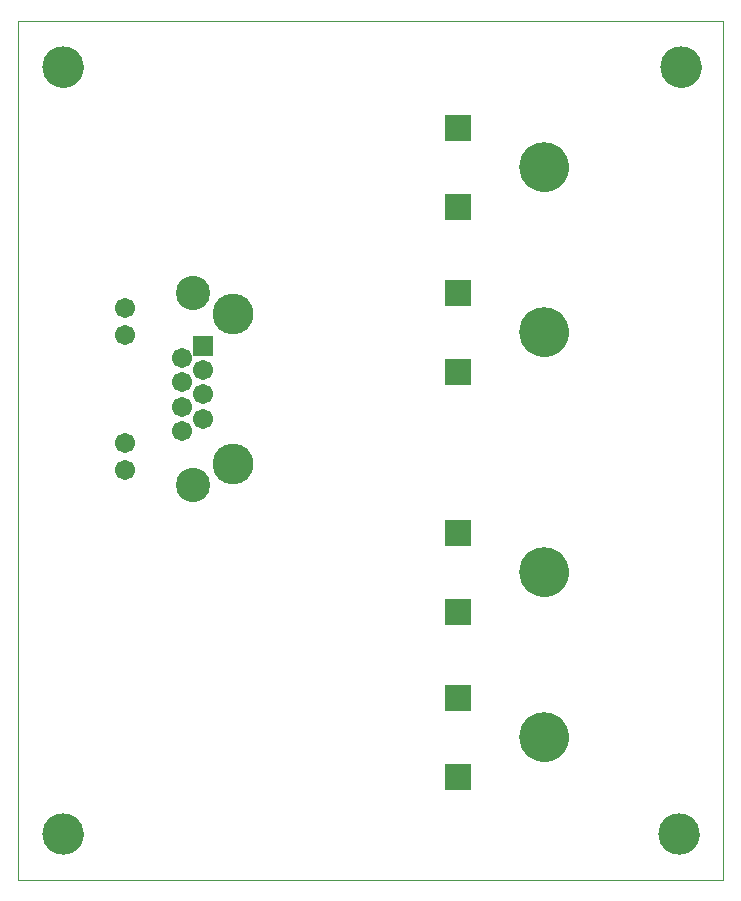
<source format=gts>
G75*
%MOIN*%
%OFA0B0*%
%FSLAX25Y25*%
%IPPOS*%
%LPD*%
%AMOC8*
5,1,8,0,0,1.08239X$1,22.5*
%
%ADD10C,0.00000*%
%ADD11C,0.16548*%
%ADD12R,0.09068X0.09068*%
%ADD13R,0.06737X0.06737*%
%ADD14C,0.06737*%
%ADD15C,0.13595*%
%ADD16C,0.11430*%
%ADD17C,0.13800*%
D10*
X0001000Y0001000D02*
X0001000Y0287024D01*
X0236236Y0287024D01*
X0236236Y0001000D01*
X0001000Y0001000D01*
X0009657Y0016157D02*
X0009659Y0016318D01*
X0009665Y0016478D01*
X0009675Y0016639D01*
X0009689Y0016799D01*
X0009707Y0016959D01*
X0009728Y0017118D01*
X0009754Y0017277D01*
X0009784Y0017435D01*
X0009817Y0017592D01*
X0009855Y0017749D01*
X0009896Y0017904D01*
X0009941Y0018058D01*
X0009990Y0018211D01*
X0010043Y0018363D01*
X0010099Y0018514D01*
X0010160Y0018663D01*
X0010223Y0018811D01*
X0010291Y0018957D01*
X0010362Y0019101D01*
X0010436Y0019243D01*
X0010514Y0019384D01*
X0010596Y0019522D01*
X0010681Y0019659D01*
X0010769Y0019793D01*
X0010861Y0019925D01*
X0010956Y0020055D01*
X0011054Y0020183D01*
X0011155Y0020308D01*
X0011259Y0020430D01*
X0011366Y0020550D01*
X0011476Y0020667D01*
X0011589Y0020782D01*
X0011705Y0020893D01*
X0011824Y0021002D01*
X0011945Y0021107D01*
X0012069Y0021210D01*
X0012195Y0021310D01*
X0012323Y0021406D01*
X0012454Y0021499D01*
X0012588Y0021589D01*
X0012723Y0021676D01*
X0012861Y0021759D01*
X0013000Y0021839D01*
X0013142Y0021915D01*
X0013285Y0021988D01*
X0013430Y0022057D01*
X0013577Y0022123D01*
X0013725Y0022185D01*
X0013875Y0022243D01*
X0014026Y0022298D01*
X0014179Y0022349D01*
X0014333Y0022396D01*
X0014488Y0022439D01*
X0014644Y0022478D01*
X0014800Y0022514D01*
X0014958Y0022545D01*
X0015116Y0022573D01*
X0015275Y0022597D01*
X0015435Y0022617D01*
X0015595Y0022633D01*
X0015755Y0022645D01*
X0015916Y0022653D01*
X0016077Y0022657D01*
X0016237Y0022657D01*
X0016398Y0022653D01*
X0016559Y0022645D01*
X0016719Y0022633D01*
X0016879Y0022617D01*
X0017039Y0022597D01*
X0017198Y0022573D01*
X0017356Y0022545D01*
X0017514Y0022514D01*
X0017670Y0022478D01*
X0017826Y0022439D01*
X0017981Y0022396D01*
X0018135Y0022349D01*
X0018288Y0022298D01*
X0018439Y0022243D01*
X0018589Y0022185D01*
X0018737Y0022123D01*
X0018884Y0022057D01*
X0019029Y0021988D01*
X0019172Y0021915D01*
X0019314Y0021839D01*
X0019453Y0021759D01*
X0019591Y0021676D01*
X0019726Y0021589D01*
X0019860Y0021499D01*
X0019991Y0021406D01*
X0020119Y0021310D01*
X0020245Y0021210D01*
X0020369Y0021107D01*
X0020490Y0021002D01*
X0020609Y0020893D01*
X0020725Y0020782D01*
X0020838Y0020667D01*
X0020948Y0020550D01*
X0021055Y0020430D01*
X0021159Y0020308D01*
X0021260Y0020183D01*
X0021358Y0020055D01*
X0021453Y0019925D01*
X0021545Y0019793D01*
X0021633Y0019659D01*
X0021718Y0019522D01*
X0021800Y0019384D01*
X0021878Y0019243D01*
X0021952Y0019101D01*
X0022023Y0018957D01*
X0022091Y0018811D01*
X0022154Y0018663D01*
X0022215Y0018514D01*
X0022271Y0018363D01*
X0022324Y0018211D01*
X0022373Y0018058D01*
X0022418Y0017904D01*
X0022459Y0017749D01*
X0022497Y0017592D01*
X0022530Y0017435D01*
X0022560Y0017277D01*
X0022586Y0017118D01*
X0022607Y0016959D01*
X0022625Y0016799D01*
X0022639Y0016639D01*
X0022649Y0016478D01*
X0022655Y0016318D01*
X0022657Y0016157D01*
X0022655Y0015996D01*
X0022649Y0015836D01*
X0022639Y0015675D01*
X0022625Y0015515D01*
X0022607Y0015355D01*
X0022586Y0015196D01*
X0022560Y0015037D01*
X0022530Y0014879D01*
X0022497Y0014722D01*
X0022459Y0014565D01*
X0022418Y0014410D01*
X0022373Y0014256D01*
X0022324Y0014103D01*
X0022271Y0013951D01*
X0022215Y0013800D01*
X0022154Y0013651D01*
X0022091Y0013503D01*
X0022023Y0013357D01*
X0021952Y0013213D01*
X0021878Y0013071D01*
X0021800Y0012930D01*
X0021718Y0012792D01*
X0021633Y0012655D01*
X0021545Y0012521D01*
X0021453Y0012389D01*
X0021358Y0012259D01*
X0021260Y0012131D01*
X0021159Y0012006D01*
X0021055Y0011884D01*
X0020948Y0011764D01*
X0020838Y0011647D01*
X0020725Y0011532D01*
X0020609Y0011421D01*
X0020490Y0011312D01*
X0020369Y0011207D01*
X0020245Y0011104D01*
X0020119Y0011004D01*
X0019991Y0010908D01*
X0019860Y0010815D01*
X0019726Y0010725D01*
X0019591Y0010638D01*
X0019453Y0010555D01*
X0019314Y0010475D01*
X0019172Y0010399D01*
X0019029Y0010326D01*
X0018884Y0010257D01*
X0018737Y0010191D01*
X0018589Y0010129D01*
X0018439Y0010071D01*
X0018288Y0010016D01*
X0018135Y0009965D01*
X0017981Y0009918D01*
X0017826Y0009875D01*
X0017670Y0009836D01*
X0017514Y0009800D01*
X0017356Y0009769D01*
X0017198Y0009741D01*
X0017039Y0009717D01*
X0016879Y0009697D01*
X0016719Y0009681D01*
X0016559Y0009669D01*
X0016398Y0009661D01*
X0016237Y0009657D01*
X0016077Y0009657D01*
X0015916Y0009661D01*
X0015755Y0009669D01*
X0015595Y0009681D01*
X0015435Y0009697D01*
X0015275Y0009717D01*
X0015116Y0009741D01*
X0014958Y0009769D01*
X0014800Y0009800D01*
X0014644Y0009836D01*
X0014488Y0009875D01*
X0014333Y0009918D01*
X0014179Y0009965D01*
X0014026Y0010016D01*
X0013875Y0010071D01*
X0013725Y0010129D01*
X0013577Y0010191D01*
X0013430Y0010257D01*
X0013285Y0010326D01*
X0013142Y0010399D01*
X0013000Y0010475D01*
X0012861Y0010555D01*
X0012723Y0010638D01*
X0012588Y0010725D01*
X0012454Y0010815D01*
X0012323Y0010908D01*
X0012195Y0011004D01*
X0012069Y0011104D01*
X0011945Y0011207D01*
X0011824Y0011312D01*
X0011705Y0011421D01*
X0011589Y0011532D01*
X0011476Y0011647D01*
X0011366Y0011764D01*
X0011259Y0011884D01*
X0011155Y0012006D01*
X0011054Y0012131D01*
X0010956Y0012259D01*
X0010861Y0012389D01*
X0010769Y0012521D01*
X0010681Y0012655D01*
X0010596Y0012792D01*
X0010514Y0012930D01*
X0010436Y0013071D01*
X0010362Y0013213D01*
X0010291Y0013357D01*
X0010223Y0013503D01*
X0010160Y0013651D01*
X0010099Y0013800D01*
X0010043Y0013951D01*
X0009990Y0014103D01*
X0009941Y0014256D01*
X0009896Y0014410D01*
X0009855Y0014565D01*
X0009817Y0014722D01*
X0009784Y0014879D01*
X0009754Y0015037D01*
X0009728Y0015196D01*
X0009707Y0015355D01*
X0009689Y0015515D01*
X0009675Y0015675D01*
X0009665Y0015836D01*
X0009659Y0015996D01*
X0009657Y0016157D01*
X0066393Y0139661D02*
X0066395Y0139821D01*
X0066401Y0139980D01*
X0066411Y0140139D01*
X0066425Y0140298D01*
X0066443Y0140457D01*
X0066464Y0140615D01*
X0066490Y0140772D01*
X0066520Y0140929D01*
X0066553Y0141085D01*
X0066591Y0141240D01*
X0066632Y0141394D01*
X0066677Y0141547D01*
X0066726Y0141699D01*
X0066779Y0141849D01*
X0066835Y0141998D01*
X0066895Y0142146D01*
X0066959Y0142292D01*
X0067027Y0142437D01*
X0067098Y0142580D01*
X0067172Y0142721D01*
X0067250Y0142860D01*
X0067332Y0142997D01*
X0067417Y0143132D01*
X0067505Y0143265D01*
X0067596Y0143396D01*
X0067691Y0143524D01*
X0067789Y0143650D01*
X0067890Y0143774D01*
X0067994Y0143894D01*
X0068101Y0144013D01*
X0068211Y0144128D01*
X0068324Y0144241D01*
X0068439Y0144351D01*
X0068558Y0144458D01*
X0068678Y0144562D01*
X0068802Y0144663D01*
X0068928Y0144761D01*
X0069056Y0144856D01*
X0069187Y0144947D01*
X0069320Y0145035D01*
X0069455Y0145120D01*
X0069592Y0145202D01*
X0069731Y0145280D01*
X0069872Y0145354D01*
X0070015Y0145425D01*
X0070160Y0145493D01*
X0070306Y0145557D01*
X0070454Y0145617D01*
X0070603Y0145673D01*
X0070753Y0145726D01*
X0070905Y0145775D01*
X0071058Y0145820D01*
X0071212Y0145861D01*
X0071367Y0145899D01*
X0071523Y0145932D01*
X0071680Y0145962D01*
X0071837Y0145988D01*
X0071995Y0146009D01*
X0072154Y0146027D01*
X0072313Y0146041D01*
X0072472Y0146051D01*
X0072631Y0146057D01*
X0072791Y0146059D01*
X0072951Y0146057D01*
X0073110Y0146051D01*
X0073269Y0146041D01*
X0073428Y0146027D01*
X0073587Y0146009D01*
X0073745Y0145988D01*
X0073902Y0145962D01*
X0074059Y0145932D01*
X0074215Y0145899D01*
X0074370Y0145861D01*
X0074524Y0145820D01*
X0074677Y0145775D01*
X0074829Y0145726D01*
X0074979Y0145673D01*
X0075128Y0145617D01*
X0075276Y0145557D01*
X0075422Y0145493D01*
X0075567Y0145425D01*
X0075710Y0145354D01*
X0075851Y0145280D01*
X0075990Y0145202D01*
X0076127Y0145120D01*
X0076262Y0145035D01*
X0076395Y0144947D01*
X0076526Y0144856D01*
X0076654Y0144761D01*
X0076780Y0144663D01*
X0076904Y0144562D01*
X0077024Y0144458D01*
X0077143Y0144351D01*
X0077258Y0144241D01*
X0077371Y0144128D01*
X0077481Y0144013D01*
X0077588Y0143894D01*
X0077692Y0143774D01*
X0077793Y0143650D01*
X0077891Y0143524D01*
X0077986Y0143396D01*
X0078077Y0143265D01*
X0078165Y0143132D01*
X0078250Y0142997D01*
X0078332Y0142860D01*
X0078410Y0142721D01*
X0078484Y0142580D01*
X0078555Y0142437D01*
X0078623Y0142292D01*
X0078687Y0142146D01*
X0078747Y0141998D01*
X0078803Y0141849D01*
X0078856Y0141699D01*
X0078905Y0141547D01*
X0078950Y0141394D01*
X0078991Y0141240D01*
X0079029Y0141085D01*
X0079062Y0140929D01*
X0079092Y0140772D01*
X0079118Y0140615D01*
X0079139Y0140457D01*
X0079157Y0140298D01*
X0079171Y0140139D01*
X0079181Y0139980D01*
X0079187Y0139821D01*
X0079189Y0139661D01*
X0079187Y0139501D01*
X0079181Y0139342D01*
X0079171Y0139183D01*
X0079157Y0139024D01*
X0079139Y0138865D01*
X0079118Y0138707D01*
X0079092Y0138550D01*
X0079062Y0138393D01*
X0079029Y0138237D01*
X0078991Y0138082D01*
X0078950Y0137928D01*
X0078905Y0137775D01*
X0078856Y0137623D01*
X0078803Y0137473D01*
X0078747Y0137324D01*
X0078687Y0137176D01*
X0078623Y0137030D01*
X0078555Y0136885D01*
X0078484Y0136742D01*
X0078410Y0136601D01*
X0078332Y0136462D01*
X0078250Y0136325D01*
X0078165Y0136190D01*
X0078077Y0136057D01*
X0077986Y0135926D01*
X0077891Y0135798D01*
X0077793Y0135672D01*
X0077692Y0135548D01*
X0077588Y0135428D01*
X0077481Y0135309D01*
X0077371Y0135194D01*
X0077258Y0135081D01*
X0077143Y0134971D01*
X0077024Y0134864D01*
X0076904Y0134760D01*
X0076780Y0134659D01*
X0076654Y0134561D01*
X0076526Y0134466D01*
X0076395Y0134375D01*
X0076262Y0134287D01*
X0076127Y0134202D01*
X0075990Y0134120D01*
X0075851Y0134042D01*
X0075710Y0133968D01*
X0075567Y0133897D01*
X0075422Y0133829D01*
X0075276Y0133765D01*
X0075128Y0133705D01*
X0074979Y0133649D01*
X0074829Y0133596D01*
X0074677Y0133547D01*
X0074524Y0133502D01*
X0074370Y0133461D01*
X0074215Y0133423D01*
X0074059Y0133390D01*
X0073902Y0133360D01*
X0073745Y0133334D01*
X0073587Y0133313D01*
X0073428Y0133295D01*
X0073269Y0133281D01*
X0073110Y0133271D01*
X0072951Y0133265D01*
X0072791Y0133263D01*
X0072631Y0133265D01*
X0072472Y0133271D01*
X0072313Y0133281D01*
X0072154Y0133295D01*
X0071995Y0133313D01*
X0071837Y0133334D01*
X0071680Y0133360D01*
X0071523Y0133390D01*
X0071367Y0133423D01*
X0071212Y0133461D01*
X0071058Y0133502D01*
X0070905Y0133547D01*
X0070753Y0133596D01*
X0070603Y0133649D01*
X0070454Y0133705D01*
X0070306Y0133765D01*
X0070160Y0133829D01*
X0070015Y0133897D01*
X0069872Y0133968D01*
X0069731Y0134042D01*
X0069592Y0134120D01*
X0069455Y0134202D01*
X0069320Y0134287D01*
X0069187Y0134375D01*
X0069056Y0134466D01*
X0068928Y0134561D01*
X0068802Y0134659D01*
X0068678Y0134760D01*
X0068558Y0134864D01*
X0068439Y0134971D01*
X0068324Y0135081D01*
X0068211Y0135194D01*
X0068101Y0135309D01*
X0067994Y0135428D01*
X0067890Y0135548D01*
X0067789Y0135672D01*
X0067691Y0135798D01*
X0067596Y0135926D01*
X0067505Y0136057D01*
X0067417Y0136190D01*
X0067332Y0136325D01*
X0067250Y0136462D01*
X0067172Y0136601D01*
X0067098Y0136742D01*
X0067027Y0136885D01*
X0066959Y0137030D01*
X0066895Y0137176D01*
X0066835Y0137324D01*
X0066779Y0137473D01*
X0066726Y0137623D01*
X0066677Y0137775D01*
X0066632Y0137928D01*
X0066591Y0138082D01*
X0066553Y0138237D01*
X0066520Y0138393D01*
X0066490Y0138550D01*
X0066464Y0138707D01*
X0066443Y0138865D01*
X0066425Y0139024D01*
X0066411Y0139183D01*
X0066401Y0139342D01*
X0066395Y0139501D01*
X0066393Y0139661D01*
X0066393Y0189661D02*
X0066395Y0189821D01*
X0066401Y0189980D01*
X0066411Y0190139D01*
X0066425Y0190298D01*
X0066443Y0190457D01*
X0066464Y0190615D01*
X0066490Y0190772D01*
X0066520Y0190929D01*
X0066553Y0191085D01*
X0066591Y0191240D01*
X0066632Y0191394D01*
X0066677Y0191547D01*
X0066726Y0191699D01*
X0066779Y0191849D01*
X0066835Y0191998D01*
X0066895Y0192146D01*
X0066959Y0192292D01*
X0067027Y0192437D01*
X0067098Y0192580D01*
X0067172Y0192721D01*
X0067250Y0192860D01*
X0067332Y0192997D01*
X0067417Y0193132D01*
X0067505Y0193265D01*
X0067596Y0193396D01*
X0067691Y0193524D01*
X0067789Y0193650D01*
X0067890Y0193774D01*
X0067994Y0193894D01*
X0068101Y0194013D01*
X0068211Y0194128D01*
X0068324Y0194241D01*
X0068439Y0194351D01*
X0068558Y0194458D01*
X0068678Y0194562D01*
X0068802Y0194663D01*
X0068928Y0194761D01*
X0069056Y0194856D01*
X0069187Y0194947D01*
X0069320Y0195035D01*
X0069455Y0195120D01*
X0069592Y0195202D01*
X0069731Y0195280D01*
X0069872Y0195354D01*
X0070015Y0195425D01*
X0070160Y0195493D01*
X0070306Y0195557D01*
X0070454Y0195617D01*
X0070603Y0195673D01*
X0070753Y0195726D01*
X0070905Y0195775D01*
X0071058Y0195820D01*
X0071212Y0195861D01*
X0071367Y0195899D01*
X0071523Y0195932D01*
X0071680Y0195962D01*
X0071837Y0195988D01*
X0071995Y0196009D01*
X0072154Y0196027D01*
X0072313Y0196041D01*
X0072472Y0196051D01*
X0072631Y0196057D01*
X0072791Y0196059D01*
X0072951Y0196057D01*
X0073110Y0196051D01*
X0073269Y0196041D01*
X0073428Y0196027D01*
X0073587Y0196009D01*
X0073745Y0195988D01*
X0073902Y0195962D01*
X0074059Y0195932D01*
X0074215Y0195899D01*
X0074370Y0195861D01*
X0074524Y0195820D01*
X0074677Y0195775D01*
X0074829Y0195726D01*
X0074979Y0195673D01*
X0075128Y0195617D01*
X0075276Y0195557D01*
X0075422Y0195493D01*
X0075567Y0195425D01*
X0075710Y0195354D01*
X0075851Y0195280D01*
X0075990Y0195202D01*
X0076127Y0195120D01*
X0076262Y0195035D01*
X0076395Y0194947D01*
X0076526Y0194856D01*
X0076654Y0194761D01*
X0076780Y0194663D01*
X0076904Y0194562D01*
X0077024Y0194458D01*
X0077143Y0194351D01*
X0077258Y0194241D01*
X0077371Y0194128D01*
X0077481Y0194013D01*
X0077588Y0193894D01*
X0077692Y0193774D01*
X0077793Y0193650D01*
X0077891Y0193524D01*
X0077986Y0193396D01*
X0078077Y0193265D01*
X0078165Y0193132D01*
X0078250Y0192997D01*
X0078332Y0192860D01*
X0078410Y0192721D01*
X0078484Y0192580D01*
X0078555Y0192437D01*
X0078623Y0192292D01*
X0078687Y0192146D01*
X0078747Y0191998D01*
X0078803Y0191849D01*
X0078856Y0191699D01*
X0078905Y0191547D01*
X0078950Y0191394D01*
X0078991Y0191240D01*
X0079029Y0191085D01*
X0079062Y0190929D01*
X0079092Y0190772D01*
X0079118Y0190615D01*
X0079139Y0190457D01*
X0079157Y0190298D01*
X0079171Y0190139D01*
X0079181Y0189980D01*
X0079187Y0189821D01*
X0079189Y0189661D01*
X0079187Y0189501D01*
X0079181Y0189342D01*
X0079171Y0189183D01*
X0079157Y0189024D01*
X0079139Y0188865D01*
X0079118Y0188707D01*
X0079092Y0188550D01*
X0079062Y0188393D01*
X0079029Y0188237D01*
X0078991Y0188082D01*
X0078950Y0187928D01*
X0078905Y0187775D01*
X0078856Y0187623D01*
X0078803Y0187473D01*
X0078747Y0187324D01*
X0078687Y0187176D01*
X0078623Y0187030D01*
X0078555Y0186885D01*
X0078484Y0186742D01*
X0078410Y0186601D01*
X0078332Y0186462D01*
X0078250Y0186325D01*
X0078165Y0186190D01*
X0078077Y0186057D01*
X0077986Y0185926D01*
X0077891Y0185798D01*
X0077793Y0185672D01*
X0077692Y0185548D01*
X0077588Y0185428D01*
X0077481Y0185309D01*
X0077371Y0185194D01*
X0077258Y0185081D01*
X0077143Y0184971D01*
X0077024Y0184864D01*
X0076904Y0184760D01*
X0076780Y0184659D01*
X0076654Y0184561D01*
X0076526Y0184466D01*
X0076395Y0184375D01*
X0076262Y0184287D01*
X0076127Y0184202D01*
X0075990Y0184120D01*
X0075851Y0184042D01*
X0075710Y0183968D01*
X0075567Y0183897D01*
X0075422Y0183829D01*
X0075276Y0183765D01*
X0075128Y0183705D01*
X0074979Y0183649D01*
X0074829Y0183596D01*
X0074677Y0183547D01*
X0074524Y0183502D01*
X0074370Y0183461D01*
X0074215Y0183423D01*
X0074059Y0183390D01*
X0073902Y0183360D01*
X0073745Y0183334D01*
X0073587Y0183313D01*
X0073428Y0183295D01*
X0073269Y0183281D01*
X0073110Y0183271D01*
X0072951Y0183265D01*
X0072791Y0183263D01*
X0072631Y0183265D01*
X0072472Y0183271D01*
X0072313Y0183281D01*
X0072154Y0183295D01*
X0071995Y0183313D01*
X0071837Y0183334D01*
X0071680Y0183360D01*
X0071523Y0183390D01*
X0071367Y0183423D01*
X0071212Y0183461D01*
X0071058Y0183502D01*
X0070905Y0183547D01*
X0070753Y0183596D01*
X0070603Y0183649D01*
X0070454Y0183705D01*
X0070306Y0183765D01*
X0070160Y0183829D01*
X0070015Y0183897D01*
X0069872Y0183968D01*
X0069731Y0184042D01*
X0069592Y0184120D01*
X0069455Y0184202D01*
X0069320Y0184287D01*
X0069187Y0184375D01*
X0069056Y0184466D01*
X0068928Y0184561D01*
X0068802Y0184659D01*
X0068678Y0184760D01*
X0068558Y0184864D01*
X0068439Y0184971D01*
X0068324Y0185081D01*
X0068211Y0185194D01*
X0068101Y0185309D01*
X0067994Y0185428D01*
X0067890Y0185548D01*
X0067789Y0185672D01*
X0067691Y0185798D01*
X0067596Y0185926D01*
X0067505Y0186057D01*
X0067417Y0186190D01*
X0067332Y0186325D01*
X0067250Y0186462D01*
X0067172Y0186601D01*
X0067098Y0186742D01*
X0067027Y0186885D01*
X0066959Y0187030D01*
X0066895Y0187176D01*
X0066835Y0187324D01*
X0066779Y0187473D01*
X0066726Y0187623D01*
X0066677Y0187775D01*
X0066632Y0187928D01*
X0066591Y0188082D01*
X0066553Y0188237D01*
X0066520Y0188393D01*
X0066490Y0188550D01*
X0066464Y0188707D01*
X0066443Y0188865D01*
X0066425Y0189024D01*
X0066411Y0189183D01*
X0066401Y0189342D01*
X0066395Y0189501D01*
X0066393Y0189661D01*
X0009657Y0271768D02*
X0009659Y0271929D01*
X0009665Y0272089D01*
X0009675Y0272250D01*
X0009689Y0272410D01*
X0009707Y0272570D01*
X0009728Y0272729D01*
X0009754Y0272888D01*
X0009784Y0273046D01*
X0009817Y0273203D01*
X0009855Y0273360D01*
X0009896Y0273515D01*
X0009941Y0273669D01*
X0009990Y0273822D01*
X0010043Y0273974D01*
X0010099Y0274125D01*
X0010160Y0274274D01*
X0010223Y0274422D01*
X0010291Y0274568D01*
X0010362Y0274712D01*
X0010436Y0274854D01*
X0010514Y0274995D01*
X0010596Y0275133D01*
X0010681Y0275270D01*
X0010769Y0275404D01*
X0010861Y0275536D01*
X0010956Y0275666D01*
X0011054Y0275794D01*
X0011155Y0275919D01*
X0011259Y0276041D01*
X0011366Y0276161D01*
X0011476Y0276278D01*
X0011589Y0276393D01*
X0011705Y0276504D01*
X0011824Y0276613D01*
X0011945Y0276718D01*
X0012069Y0276821D01*
X0012195Y0276921D01*
X0012323Y0277017D01*
X0012454Y0277110D01*
X0012588Y0277200D01*
X0012723Y0277287D01*
X0012861Y0277370D01*
X0013000Y0277450D01*
X0013142Y0277526D01*
X0013285Y0277599D01*
X0013430Y0277668D01*
X0013577Y0277734D01*
X0013725Y0277796D01*
X0013875Y0277854D01*
X0014026Y0277909D01*
X0014179Y0277960D01*
X0014333Y0278007D01*
X0014488Y0278050D01*
X0014644Y0278089D01*
X0014800Y0278125D01*
X0014958Y0278156D01*
X0015116Y0278184D01*
X0015275Y0278208D01*
X0015435Y0278228D01*
X0015595Y0278244D01*
X0015755Y0278256D01*
X0015916Y0278264D01*
X0016077Y0278268D01*
X0016237Y0278268D01*
X0016398Y0278264D01*
X0016559Y0278256D01*
X0016719Y0278244D01*
X0016879Y0278228D01*
X0017039Y0278208D01*
X0017198Y0278184D01*
X0017356Y0278156D01*
X0017514Y0278125D01*
X0017670Y0278089D01*
X0017826Y0278050D01*
X0017981Y0278007D01*
X0018135Y0277960D01*
X0018288Y0277909D01*
X0018439Y0277854D01*
X0018589Y0277796D01*
X0018737Y0277734D01*
X0018884Y0277668D01*
X0019029Y0277599D01*
X0019172Y0277526D01*
X0019314Y0277450D01*
X0019453Y0277370D01*
X0019591Y0277287D01*
X0019726Y0277200D01*
X0019860Y0277110D01*
X0019991Y0277017D01*
X0020119Y0276921D01*
X0020245Y0276821D01*
X0020369Y0276718D01*
X0020490Y0276613D01*
X0020609Y0276504D01*
X0020725Y0276393D01*
X0020838Y0276278D01*
X0020948Y0276161D01*
X0021055Y0276041D01*
X0021159Y0275919D01*
X0021260Y0275794D01*
X0021358Y0275666D01*
X0021453Y0275536D01*
X0021545Y0275404D01*
X0021633Y0275270D01*
X0021718Y0275133D01*
X0021800Y0274995D01*
X0021878Y0274854D01*
X0021952Y0274712D01*
X0022023Y0274568D01*
X0022091Y0274422D01*
X0022154Y0274274D01*
X0022215Y0274125D01*
X0022271Y0273974D01*
X0022324Y0273822D01*
X0022373Y0273669D01*
X0022418Y0273515D01*
X0022459Y0273360D01*
X0022497Y0273203D01*
X0022530Y0273046D01*
X0022560Y0272888D01*
X0022586Y0272729D01*
X0022607Y0272570D01*
X0022625Y0272410D01*
X0022639Y0272250D01*
X0022649Y0272089D01*
X0022655Y0271929D01*
X0022657Y0271768D01*
X0022655Y0271607D01*
X0022649Y0271447D01*
X0022639Y0271286D01*
X0022625Y0271126D01*
X0022607Y0270966D01*
X0022586Y0270807D01*
X0022560Y0270648D01*
X0022530Y0270490D01*
X0022497Y0270333D01*
X0022459Y0270176D01*
X0022418Y0270021D01*
X0022373Y0269867D01*
X0022324Y0269714D01*
X0022271Y0269562D01*
X0022215Y0269411D01*
X0022154Y0269262D01*
X0022091Y0269114D01*
X0022023Y0268968D01*
X0021952Y0268824D01*
X0021878Y0268682D01*
X0021800Y0268541D01*
X0021718Y0268403D01*
X0021633Y0268266D01*
X0021545Y0268132D01*
X0021453Y0268000D01*
X0021358Y0267870D01*
X0021260Y0267742D01*
X0021159Y0267617D01*
X0021055Y0267495D01*
X0020948Y0267375D01*
X0020838Y0267258D01*
X0020725Y0267143D01*
X0020609Y0267032D01*
X0020490Y0266923D01*
X0020369Y0266818D01*
X0020245Y0266715D01*
X0020119Y0266615D01*
X0019991Y0266519D01*
X0019860Y0266426D01*
X0019726Y0266336D01*
X0019591Y0266249D01*
X0019453Y0266166D01*
X0019314Y0266086D01*
X0019172Y0266010D01*
X0019029Y0265937D01*
X0018884Y0265868D01*
X0018737Y0265802D01*
X0018589Y0265740D01*
X0018439Y0265682D01*
X0018288Y0265627D01*
X0018135Y0265576D01*
X0017981Y0265529D01*
X0017826Y0265486D01*
X0017670Y0265447D01*
X0017514Y0265411D01*
X0017356Y0265380D01*
X0017198Y0265352D01*
X0017039Y0265328D01*
X0016879Y0265308D01*
X0016719Y0265292D01*
X0016559Y0265280D01*
X0016398Y0265272D01*
X0016237Y0265268D01*
X0016077Y0265268D01*
X0015916Y0265272D01*
X0015755Y0265280D01*
X0015595Y0265292D01*
X0015435Y0265308D01*
X0015275Y0265328D01*
X0015116Y0265352D01*
X0014958Y0265380D01*
X0014800Y0265411D01*
X0014644Y0265447D01*
X0014488Y0265486D01*
X0014333Y0265529D01*
X0014179Y0265576D01*
X0014026Y0265627D01*
X0013875Y0265682D01*
X0013725Y0265740D01*
X0013577Y0265802D01*
X0013430Y0265868D01*
X0013285Y0265937D01*
X0013142Y0266010D01*
X0013000Y0266086D01*
X0012861Y0266166D01*
X0012723Y0266249D01*
X0012588Y0266336D01*
X0012454Y0266426D01*
X0012323Y0266519D01*
X0012195Y0266615D01*
X0012069Y0266715D01*
X0011945Y0266818D01*
X0011824Y0266923D01*
X0011705Y0267032D01*
X0011589Y0267143D01*
X0011476Y0267258D01*
X0011366Y0267375D01*
X0011259Y0267495D01*
X0011155Y0267617D01*
X0011054Y0267742D01*
X0010956Y0267870D01*
X0010861Y0268000D01*
X0010769Y0268132D01*
X0010681Y0268266D01*
X0010596Y0268403D01*
X0010514Y0268541D01*
X0010436Y0268682D01*
X0010362Y0268824D01*
X0010291Y0268968D01*
X0010223Y0269114D01*
X0010160Y0269262D01*
X0010099Y0269411D01*
X0010043Y0269562D01*
X0009990Y0269714D01*
X0009941Y0269867D01*
X0009896Y0270021D01*
X0009855Y0270176D01*
X0009817Y0270333D01*
X0009784Y0270490D01*
X0009754Y0270648D01*
X0009728Y0270807D01*
X0009707Y0270966D01*
X0009689Y0271126D01*
X0009675Y0271286D01*
X0009665Y0271447D01*
X0009659Y0271607D01*
X0009657Y0271768D01*
X0168677Y0238421D02*
X0168679Y0238614D01*
X0168686Y0238807D01*
X0168698Y0239000D01*
X0168715Y0239193D01*
X0168736Y0239385D01*
X0168762Y0239576D01*
X0168793Y0239767D01*
X0168828Y0239957D01*
X0168868Y0240146D01*
X0168913Y0240334D01*
X0168962Y0240521D01*
X0169016Y0240707D01*
X0169074Y0240891D01*
X0169137Y0241074D01*
X0169205Y0241255D01*
X0169276Y0241434D01*
X0169353Y0241612D01*
X0169433Y0241788D01*
X0169518Y0241961D01*
X0169607Y0242133D01*
X0169700Y0242302D01*
X0169797Y0242469D01*
X0169899Y0242634D01*
X0170004Y0242796D01*
X0170113Y0242955D01*
X0170227Y0243112D01*
X0170344Y0243265D01*
X0170464Y0243416D01*
X0170589Y0243564D01*
X0170717Y0243709D01*
X0170848Y0243850D01*
X0170983Y0243989D01*
X0171122Y0244124D01*
X0171263Y0244255D01*
X0171408Y0244383D01*
X0171556Y0244508D01*
X0171707Y0244628D01*
X0171860Y0244745D01*
X0172017Y0244859D01*
X0172176Y0244968D01*
X0172338Y0245073D01*
X0172503Y0245175D01*
X0172670Y0245272D01*
X0172839Y0245365D01*
X0173011Y0245454D01*
X0173184Y0245539D01*
X0173360Y0245619D01*
X0173538Y0245696D01*
X0173717Y0245767D01*
X0173898Y0245835D01*
X0174081Y0245898D01*
X0174265Y0245956D01*
X0174451Y0246010D01*
X0174638Y0246059D01*
X0174826Y0246104D01*
X0175015Y0246144D01*
X0175205Y0246179D01*
X0175396Y0246210D01*
X0175587Y0246236D01*
X0175779Y0246257D01*
X0175972Y0246274D01*
X0176165Y0246286D01*
X0176358Y0246293D01*
X0176551Y0246295D01*
X0176744Y0246293D01*
X0176937Y0246286D01*
X0177130Y0246274D01*
X0177323Y0246257D01*
X0177515Y0246236D01*
X0177706Y0246210D01*
X0177897Y0246179D01*
X0178087Y0246144D01*
X0178276Y0246104D01*
X0178464Y0246059D01*
X0178651Y0246010D01*
X0178837Y0245956D01*
X0179021Y0245898D01*
X0179204Y0245835D01*
X0179385Y0245767D01*
X0179564Y0245696D01*
X0179742Y0245619D01*
X0179918Y0245539D01*
X0180091Y0245454D01*
X0180263Y0245365D01*
X0180432Y0245272D01*
X0180599Y0245175D01*
X0180764Y0245073D01*
X0180926Y0244968D01*
X0181085Y0244859D01*
X0181242Y0244745D01*
X0181395Y0244628D01*
X0181546Y0244508D01*
X0181694Y0244383D01*
X0181839Y0244255D01*
X0181980Y0244124D01*
X0182119Y0243989D01*
X0182254Y0243850D01*
X0182385Y0243709D01*
X0182513Y0243564D01*
X0182638Y0243416D01*
X0182758Y0243265D01*
X0182875Y0243112D01*
X0182989Y0242955D01*
X0183098Y0242796D01*
X0183203Y0242634D01*
X0183305Y0242469D01*
X0183402Y0242302D01*
X0183495Y0242133D01*
X0183584Y0241961D01*
X0183669Y0241788D01*
X0183749Y0241612D01*
X0183826Y0241434D01*
X0183897Y0241255D01*
X0183965Y0241074D01*
X0184028Y0240891D01*
X0184086Y0240707D01*
X0184140Y0240521D01*
X0184189Y0240334D01*
X0184234Y0240146D01*
X0184274Y0239957D01*
X0184309Y0239767D01*
X0184340Y0239576D01*
X0184366Y0239385D01*
X0184387Y0239193D01*
X0184404Y0239000D01*
X0184416Y0238807D01*
X0184423Y0238614D01*
X0184425Y0238421D01*
X0184423Y0238228D01*
X0184416Y0238035D01*
X0184404Y0237842D01*
X0184387Y0237649D01*
X0184366Y0237457D01*
X0184340Y0237266D01*
X0184309Y0237075D01*
X0184274Y0236885D01*
X0184234Y0236696D01*
X0184189Y0236508D01*
X0184140Y0236321D01*
X0184086Y0236135D01*
X0184028Y0235951D01*
X0183965Y0235768D01*
X0183897Y0235587D01*
X0183826Y0235408D01*
X0183749Y0235230D01*
X0183669Y0235054D01*
X0183584Y0234881D01*
X0183495Y0234709D01*
X0183402Y0234540D01*
X0183305Y0234373D01*
X0183203Y0234208D01*
X0183098Y0234046D01*
X0182989Y0233887D01*
X0182875Y0233730D01*
X0182758Y0233577D01*
X0182638Y0233426D01*
X0182513Y0233278D01*
X0182385Y0233133D01*
X0182254Y0232992D01*
X0182119Y0232853D01*
X0181980Y0232718D01*
X0181839Y0232587D01*
X0181694Y0232459D01*
X0181546Y0232334D01*
X0181395Y0232214D01*
X0181242Y0232097D01*
X0181085Y0231983D01*
X0180926Y0231874D01*
X0180764Y0231769D01*
X0180599Y0231667D01*
X0180432Y0231570D01*
X0180263Y0231477D01*
X0180091Y0231388D01*
X0179918Y0231303D01*
X0179742Y0231223D01*
X0179564Y0231146D01*
X0179385Y0231075D01*
X0179204Y0231007D01*
X0179021Y0230944D01*
X0178837Y0230886D01*
X0178651Y0230832D01*
X0178464Y0230783D01*
X0178276Y0230738D01*
X0178087Y0230698D01*
X0177897Y0230663D01*
X0177706Y0230632D01*
X0177515Y0230606D01*
X0177323Y0230585D01*
X0177130Y0230568D01*
X0176937Y0230556D01*
X0176744Y0230549D01*
X0176551Y0230547D01*
X0176358Y0230549D01*
X0176165Y0230556D01*
X0175972Y0230568D01*
X0175779Y0230585D01*
X0175587Y0230606D01*
X0175396Y0230632D01*
X0175205Y0230663D01*
X0175015Y0230698D01*
X0174826Y0230738D01*
X0174638Y0230783D01*
X0174451Y0230832D01*
X0174265Y0230886D01*
X0174081Y0230944D01*
X0173898Y0231007D01*
X0173717Y0231075D01*
X0173538Y0231146D01*
X0173360Y0231223D01*
X0173184Y0231303D01*
X0173011Y0231388D01*
X0172839Y0231477D01*
X0172670Y0231570D01*
X0172503Y0231667D01*
X0172338Y0231769D01*
X0172176Y0231874D01*
X0172017Y0231983D01*
X0171860Y0232097D01*
X0171707Y0232214D01*
X0171556Y0232334D01*
X0171408Y0232459D01*
X0171263Y0232587D01*
X0171122Y0232718D01*
X0170983Y0232853D01*
X0170848Y0232992D01*
X0170717Y0233133D01*
X0170589Y0233278D01*
X0170464Y0233426D01*
X0170344Y0233577D01*
X0170227Y0233730D01*
X0170113Y0233887D01*
X0170004Y0234046D01*
X0169899Y0234208D01*
X0169797Y0234373D01*
X0169700Y0234540D01*
X0169607Y0234709D01*
X0169518Y0234881D01*
X0169433Y0235054D01*
X0169353Y0235230D01*
X0169276Y0235408D01*
X0169205Y0235587D01*
X0169137Y0235768D01*
X0169074Y0235951D01*
X0169016Y0236135D01*
X0168962Y0236321D01*
X0168913Y0236508D01*
X0168868Y0236696D01*
X0168828Y0236885D01*
X0168793Y0237075D01*
X0168762Y0237266D01*
X0168736Y0237457D01*
X0168715Y0237649D01*
X0168698Y0237842D01*
X0168686Y0238035D01*
X0168679Y0238228D01*
X0168677Y0238421D01*
X0168677Y0183421D02*
X0168679Y0183614D01*
X0168686Y0183807D01*
X0168698Y0184000D01*
X0168715Y0184193D01*
X0168736Y0184385D01*
X0168762Y0184576D01*
X0168793Y0184767D01*
X0168828Y0184957D01*
X0168868Y0185146D01*
X0168913Y0185334D01*
X0168962Y0185521D01*
X0169016Y0185707D01*
X0169074Y0185891D01*
X0169137Y0186074D01*
X0169205Y0186255D01*
X0169276Y0186434D01*
X0169353Y0186612D01*
X0169433Y0186788D01*
X0169518Y0186961D01*
X0169607Y0187133D01*
X0169700Y0187302D01*
X0169797Y0187469D01*
X0169899Y0187634D01*
X0170004Y0187796D01*
X0170113Y0187955D01*
X0170227Y0188112D01*
X0170344Y0188265D01*
X0170464Y0188416D01*
X0170589Y0188564D01*
X0170717Y0188709D01*
X0170848Y0188850D01*
X0170983Y0188989D01*
X0171122Y0189124D01*
X0171263Y0189255D01*
X0171408Y0189383D01*
X0171556Y0189508D01*
X0171707Y0189628D01*
X0171860Y0189745D01*
X0172017Y0189859D01*
X0172176Y0189968D01*
X0172338Y0190073D01*
X0172503Y0190175D01*
X0172670Y0190272D01*
X0172839Y0190365D01*
X0173011Y0190454D01*
X0173184Y0190539D01*
X0173360Y0190619D01*
X0173538Y0190696D01*
X0173717Y0190767D01*
X0173898Y0190835D01*
X0174081Y0190898D01*
X0174265Y0190956D01*
X0174451Y0191010D01*
X0174638Y0191059D01*
X0174826Y0191104D01*
X0175015Y0191144D01*
X0175205Y0191179D01*
X0175396Y0191210D01*
X0175587Y0191236D01*
X0175779Y0191257D01*
X0175972Y0191274D01*
X0176165Y0191286D01*
X0176358Y0191293D01*
X0176551Y0191295D01*
X0176744Y0191293D01*
X0176937Y0191286D01*
X0177130Y0191274D01*
X0177323Y0191257D01*
X0177515Y0191236D01*
X0177706Y0191210D01*
X0177897Y0191179D01*
X0178087Y0191144D01*
X0178276Y0191104D01*
X0178464Y0191059D01*
X0178651Y0191010D01*
X0178837Y0190956D01*
X0179021Y0190898D01*
X0179204Y0190835D01*
X0179385Y0190767D01*
X0179564Y0190696D01*
X0179742Y0190619D01*
X0179918Y0190539D01*
X0180091Y0190454D01*
X0180263Y0190365D01*
X0180432Y0190272D01*
X0180599Y0190175D01*
X0180764Y0190073D01*
X0180926Y0189968D01*
X0181085Y0189859D01*
X0181242Y0189745D01*
X0181395Y0189628D01*
X0181546Y0189508D01*
X0181694Y0189383D01*
X0181839Y0189255D01*
X0181980Y0189124D01*
X0182119Y0188989D01*
X0182254Y0188850D01*
X0182385Y0188709D01*
X0182513Y0188564D01*
X0182638Y0188416D01*
X0182758Y0188265D01*
X0182875Y0188112D01*
X0182989Y0187955D01*
X0183098Y0187796D01*
X0183203Y0187634D01*
X0183305Y0187469D01*
X0183402Y0187302D01*
X0183495Y0187133D01*
X0183584Y0186961D01*
X0183669Y0186788D01*
X0183749Y0186612D01*
X0183826Y0186434D01*
X0183897Y0186255D01*
X0183965Y0186074D01*
X0184028Y0185891D01*
X0184086Y0185707D01*
X0184140Y0185521D01*
X0184189Y0185334D01*
X0184234Y0185146D01*
X0184274Y0184957D01*
X0184309Y0184767D01*
X0184340Y0184576D01*
X0184366Y0184385D01*
X0184387Y0184193D01*
X0184404Y0184000D01*
X0184416Y0183807D01*
X0184423Y0183614D01*
X0184425Y0183421D01*
X0184423Y0183228D01*
X0184416Y0183035D01*
X0184404Y0182842D01*
X0184387Y0182649D01*
X0184366Y0182457D01*
X0184340Y0182266D01*
X0184309Y0182075D01*
X0184274Y0181885D01*
X0184234Y0181696D01*
X0184189Y0181508D01*
X0184140Y0181321D01*
X0184086Y0181135D01*
X0184028Y0180951D01*
X0183965Y0180768D01*
X0183897Y0180587D01*
X0183826Y0180408D01*
X0183749Y0180230D01*
X0183669Y0180054D01*
X0183584Y0179881D01*
X0183495Y0179709D01*
X0183402Y0179540D01*
X0183305Y0179373D01*
X0183203Y0179208D01*
X0183098Y0179046D01*
X0182989Y0178887D01*
X0182875Y0178730D01*
X0182758Y0178577D01*
X0182638Y0178426D01*
X0182513Y0178278D01*
X0182385Y0178133D01*
X0182254Y0177992D01*
X0182119Y0177853D01*
X0181980Y0177718D01*
X0181839Y0177587D01*
X0181694Y0177459D01*
X0181546Y0177334D01*
X0181395Y0177214D01*
X0181242Y0177097D01*
X0181085Y0176983D01*
X0180926Y0176874D01*
X0180764Y0176769D01*
X0180599Y0176667D01*
X0180432Y0176570D01*
X0180263Y0176477D01*
X0180091Y0176388D01*
X0179918Y0176303D01*
X0179742Y0176223D01*
X0179564Y0176146D01*
X0179385Y0176075D01*
X0179204Y0176007D01*
X0179021Y0175944D01*
X0178837Y0175886D01*
X0178651Y0175832D01*
X0178464Y0175783D01*
X0178276Y0175738D01*
X0178087Y0175698D01*
X0177897Y0175663D01*
X0177706Y0175632D01*
X0177515Y0175606D01*
X0177323Y0175585D01*
X0177130Y0175568D01*
X0176937Y0175556D01*
X0176744Y0175549D01*
X0176551Y0175547D01*
X0176358Y0175549D01*
X0176165Y0175556D01*
X0175972Y0175568D01*
X0175779Y0175585D01*
X0175587Y0175606D01*
X0175396Y0175632D01*
X0175205Y0175663D01*
X0175015Y0175698D01*
X0174826Y0175738D01*
X0174638Y0175783D01*
X0174451Y0175832D01*
X0174265Y0175886D01*
X0174081Y0175944D01*
X0173898Y0176007D01*
X0173717Y0176075D01*
X0173538Y0176146D01*
X0173360Y0176223D01*
X0173184Y0176303D01*
X0173011Y0176388D01*
X0172839Y0176477D01*
X0172670Y0176570D01*
X0172503Y0176667D01*
X0172338Y0176769D01*
X0172176Y0176874D01*
X0172017Y0176983D01*
X0171860Y0177097D01*
X0171707Y0177214D01*
X0171556Y0177334D01*
X0171408Y0177459D01*
X0171263Y0177587D01*
X0171122Y0177718D01*
X0170983Y0177853D01*
X0170848Y0177992D01*
X0170717Y0178133D01*
X0170589Y0178278D01*
X0170464Y0178426D01*
X0170344Y0178577D01*
X0170227Y0178730D01*
X0170113Y0178887D01*
X0170004Y0179046D01*
X0169899Y0179208D01*
X0169797Y0179373D01*
X0169700Y0179540D01*
X0169607Y0179709D01*
X0169518Y0179881D01*
X0169433Y0180054D01*
X0169353Y0180230D01*
X0169276Y0180408D01*
X0169205Y0180587D01*
X0169137Y0180768D01*
X0169074Y0180951D01*
X0169016Y0181135D01*
X0168962Y0181321D01*
X0168913Y0181508D01*
X0168868Y0181696D01*
X0168828Y0181885D01*
X0168793Y0182075D01*
X0168762Y0182266D01*
X0168736Y0182457D01*
X0168715Y0182649D01*
X0168698Y0182842D01*
X0168686Y0183035D01*
X0168679Y0183228D01*
X0168677Y0183421D01*
X0168677Y0103421D02*
X0168679Y0103614D01*
X0168686Y0103807D01*
X0168698Y0104000D01*
X0168715Y0104193D01*
X0168736Y0104385D01*
X0168762Y0104576D01*
X0168793Y0104767D01*
X0168828Y0104957D01*
X0168868Y0105146D01*
X0168913Y0105334D01*
X0168962Y0105521D01*
X0169016Y0105707D01*
X0169074Y0105891D01*
X0169137Y0106074D01*
X0169205Y0106255D01*
X0169276Y0106434D01*
X0169353Y0106612D01*
X0169433Y0106788D01*
X0169518Y0106961D01*
X0169607Y0107133D01*
X0169700Y0107302D01*
X0169797Y0107469D01*
X0169899Y0107634D01*
X0170004Y0107796D01*
X0170113Y0107955D01*
X0170227Y0108112D01*
X0170344Y0108265D01*
X0170464Y0108416D01*
X0170589Y0108564D01*
X0170717Y0108709D01*
X0170848Y0108850D01*
X0170983Y0108989D01*
X0171122Y0109124D01*
X0171263Y0109255D01*
X0171408Y0109383D01*
X0171556Y0109508D01*
X0171707Y0109628D01*
X0171860Y0109745D01*
X0172017Y0109859D01*
X0172176Y0109968D01*
X0172338Y0110073D01*
X0172503Y0110175D01*
X0172670Y0110272D01*
X0172839Y0110365D01*
X0173011Y0110454D01*
X0173184Y0110539D01*
X0173360Y0110619D01*
X0173538Y0110696D01*
X0173717Y0110767D01*
X0173898Y0110835D01*
X0174081Y0110898D01*
X0174265Y0110956D01*
X0174451Y0111010D01*
X0174638Y0111059D01*
X0174826Y0111104D01*
X0175015Y0111144D01*
X0175205Y0111179D01*
X0175396Y0111210D01*
X0175587Y0111236D01*
X0175779Y0111257D01*
X0175972Y0111274D01*
X0176165Y0111286D01*
X0176358Y0111293D01*
X0176551Y0111295D01*
X0176744Y0111293D01*
X0176937Y0111286D01*
X0177130Y0111274D01*
X0177323Y0111257D01*
X0177515Y0111236D01*
X0177706Y0111210D01*
X0177897Y0111179D01*
X0178087Y0111144D01*
X0178276Y0111104D01*
X0178464Y0111059D01*
X0178651Y0111010D01*
X0178837Y0110956D01*
X0179021Y0110898D01*
X0179204Y0110835D01*
X0179385Y0110767D01*
X0179564Y0110696D01*
X0179742Y0110619D01*
X0179918Y0110539D01*
X0180091Y0110454D01*
X0180263Y0110365D01*
X0180432Y0110272D01*
X0180599Y0110175D01*
X0180764Y0110073D01*
X0180926Y0109968D01*
X0181085Y0109859D01*
X0181242Y0109745D01*
X0181395Y0109628D01*
X0181546Y0109508D01*
X0181694Y0109383D01*
X0181839Y0109255D01*
X0181980Y0109124D01*
X0182119Y0108989D01*
X0182254Y0108850D01*
X0182385Y0108709D01*
X0182513Y0108564D01*
X0182638Y0108416D01*
X0182758Y0108265D01*
X0182875Y0108112D01*
X0182989Y0107955D01*
X0183098Y0107796D01*
X0183203Y0107634D01*
X0183305Y0107469D01*
X0183402Y0107302D01*
X0183495Y0107133D01*
X0183584Y0106961D01*
X0183669Y0106788D01*
X0183749Y0106612D01*
X0183826Y0106434D01*
X0183897Y0106255D01*
X0183965Y0106074D01*
X0184028Y0105891D01*
X0184086Y0105707D01*
X0184140Y0105521D01*
X0184189Y0105334D01*
X0184234Y0105146D01*
X0184274Y0104957D01*
X0184309Y0104767D01*
X0184340Y0104576D01*
X0184366Y0104385D01*
X0184387Y0104193D01*
X0184404Y0104000D01*
X0184416Y0103807D01*
X0184423Y0103614D01*
X0184425Y0103421D01*
X0184423Y0103228D01*
X0184416Y0103035D01*
X0184404Y0102842D01*
X0184387Y0102649D01*
X0184366Y0102457D01*
X0184340Y0102266D01*
X0184309Y0102075D01*
X0184274Y0101885D01*
X0184234Y0101696D01*
X0184189Y0101508D01*
X0184140Y0101321D01*
X0184086Y0101135D01*
X0184028Y0100951D01*
X0183965Y0100768D01*
X0183897Y0100587D01*
X0183826Y0100408D01*
X0183749Y0100230D01*
X0183669Y0100054D01*
X0183584Y0099881D01*
X0183495Y0099709D01*
X0183402Y0099540D01*
X0183305Y0099373D01*
X0183203Y0099208D01*
X0183098Y0099046D01*
X0182989Y0098887D01*
X0182875Y0098730D01*
X0182758Y0098577D01*
X0182638Y0098426D01*
X0182513Y0098278D01*
X0182385Y0098133D01*
X0182254Y0097992D01*
X0182119Y0097853D01*
X0181980Y0097718D01*
X0181839Y0097587D01*
X0181694Y0097459D01*
X0181546Y0097334D01*
X0181395Y0097214D01*
X0181242Y0097097D01*
X0181085Y0096983D01*
X0180926Y0096874D01*
X0180764Y0096769D01*
X0180599Y0096667D01*
X0180432Y0096570D01*
X0180263Y0096477D01*
X0180091Y0096388D01*
X0179918Y0096303D01*
X0179742Y0096223D01*
X0179564Y0096146D01*
X0179385Y0096075D01*
X0179204Y0096007D01*
X0179021Y0095944D01*
X0178837Y0095886D01*
X0178651Y0095832D01*
X0178464Y0095783D01*
X0178276Y0095738D01*
X0178087Y0095698D01*
X0177897Y0095663D01*
X0177706Y0095632D01*
X0177515Y0095606D01*
X0177323Y0095585D01*
X0177130Y0095568D01*
X0176937Y0095556D01*
X0176744Y0095549D01*
X0176551Y0095547D01*
X0176358Y0095549D01*
X0176165Y0095556D01*
X0175972Y0095568D01*
X0175779Y0095585D01*
X0175587Y0095606D01*
X0175396Y0095632D01*
X0175205Y0095663D01*
X0175015Y0095698D01*
X0174826Y0095738D01*
X0174638Y0095783D01*
X0174451Y0095832D01*
X0174265Y0095886D01*
X0174081Y0095944D01*
X0173898Y0096007D01*
X0173717Y0096075D01*
X0173538Y0096146D01*
X0173360Y0096223D01*
X0173184Y0096303D01*
X0173011Y0096388D01*
X0172839Y0096477D01*
X0172670Y0096570D01*
X0172503Y0096667D01*
X0172338Y0096769D01*
X0172176Y0096874D01*
X0172017Y0096983D01*
X0171860Y0097097D01*
X0171707Y0097214D01*
X0171556Y0097334D01*
X0171408Y0097459D01*
X0171263Y0097587D01*
X0171122Y0097718D01*
X0170983Y0097853D01*
X0170848Y0097992D01*
X0170717Y0098133D01*
X0170589Y0098278D01*
X0170464Y0098426D01*
X0170344Y0098577D01*
X0170227Y0098730D01*
X0170113Y0098887D01*
X0170004Y0099046D01*
X0169899Y0099208D01*
X0169797Y0099373D01*
X0169700Y0099540D01*
X0169607Y0099709D01*
X0169518Y0099881D01*
X0169433Y0100054D01*
X0169353Y0100230D01*
X0169276Y0100408D01*
X0169205Y0100587D01*
X0169137Y0100768D01*
X0169074Y0100951D01*
X0169016Y0101135D01*
X0168962Y0101321D01*
X0168913Y0101508D01*
X0168868Y0101696D01*
X0168828Y0101885D01*
X0168793Y0102075D01*
X0168762Y0102266D01*
X0168736Y0102457D01*
X0168715Y0102649D01*
X0168698Y0102842D01*
X0168686Y0103035D01*
X0168679Y0103228D01*
X0168677Y0103421D01*
X0168677Y0048421D02*
X0168679Y0048614D01*
X0168686Y0048807D01*
X0168698Y0049000D01*
X0168715Y0049193D01*
X0168736Y0049385D01*
X0168762Y0049576D01*
X0168793Y0049767D01*
X0168828Y0049957D01*
X0168868Y0050146D01*
X0168913Y0050334D01*
X0168962Y0050521D01*
X0169016Y0050707D01*
X0169074Y0050891D01*
X0169137Y0051074D01*
X0169205Y0051255D01*
X0169276Y0051434D01*
X0169353Y0051612D01*
X0169433Y0051788D01*
X0169518Y0051961D01*
X0169607Y0052133D01*
X0169700Y0052302D01*
X0169797Y0052469D01*
X0169899Y0052634D01*
X0170004Y0052796D01*
X0170113Y0052955D01*
X0170227Y0053112D01*
X0170344Y0053265D01*
X0170464Y0053416D01*
X0170589Y0053564D01*
X0170717Y0053709D01*
X0170848Y0053850D01*
X0170983Y0053989D01*
X0171122Y0054124D01*
X0171263Y0054255D01*
X0171408Y0054383D01*
X0171556Y0054508D01*
X0171707Y0054628D01*
X0171860Y0054745D01*
X0172017Y0054859D01*
X0172176Y0054968D01*
X0172338Y0055073D01*
X0172503Y0055175D01*
X0172670Y0055272D01*
X0172839Y0055365D01*
X0173011Y0055454D01*
X0173184Y0055539D01*
X0173360Y0055619D01*
X0173538Y0055696D01*
X0173717Y0055767D01*
X0173898Y0055835D01*
X0174081Y0055898D01*
X0174265Y0055956D01*
X0174451Y0056010D01*
X0174638Y0056059D01*
X0174826Y0056104D01*
X0175015Y0056144D01*
X0175205Y0056179D01*
X0175396Y0056210D01*
X0175587Y0056236D01*
X0175779Y0056257D01*
X0175972Y0056274D01*
X0176165Y0056286D01*
X0176358Y0056293D01*
X0176551Y0056295D01*
X0176744Y0056293D01*
X0176937Y0056286D01*
X0177130Y0056274D01*
X0177323Y0056257D01*
X0177515Y0056236D01*
X0177706Y0056210D01*
X0177897Y0056179D01*
X0178087Y0056144D01*
X0178276Y0056104D01*
X0178464Y0056059D01*
X0178651Y0056010D01*
X0178837Y0055956D01*
X0179021Y0055898D01*
X0179204Y0055835D01*
X0179385Y0055767D01*
X0179564Y0055696D01*
X0179742Y0055619D01*
X0179918Y0055539D01*
X0180091Y0055454D01*
X0180263Y0055365D01*
X0180432Y0055272D01*
X0180599Y0055175D01*
X0180764Y0055073D01*
X0180926Y0054968D01*
X0181085Y0054859D01*
X0181242Y0054745D01*
X0181395Y0054628D01*
X0181546Y0054508D01*
X0181694Y0054383D01*
X0181839Y0054255D01*
X0181980Y0054124D01*
X0182119Y0053989D01*
X0182254Y0053850D01*
X0182385Y0053709D01*
X0182513Y0053564D01*
X0182638Y0053416D01*
X0182758Y0053265D01*
X0182875Y0053112D01*
X0182989Y0052955D01*
X0183098Y0052796D01*
X0183203Y0052634D01*
X0183305Y0052469D01*
X0183402Y0052302D01*
X0183495Y0052133D01*
X0183584Y0051961D01*
X0183669Y0051788D01*
X0183749Y0051612D01*
X0183826Y0051434D01*
X0183897Y0051255D01*
X0183965Y0051074D01*
X0184028Y0050891D01*
X0184086Y0050707D01*
X0184140Y0050521D01*
X0184189Y0050334D01*
X0184234Y0050146D01*
X0184274Y0049957D01*
X0184309Y0049767D01*
X0184340Y0049576D01*
X0184366Y0049385D01*
X0184387Y0049193D01*
X0184404Y0049000D01*
X0184416Y0048807D01*
X0184423Y0048614D01*
X0184425Y0048421D01*
X0184423Y0048228D01*
X0184416Y0048035D01*
X0184404Y0047842D01*
X0184387Y0047649D01*
X0184366Y0047457D01*
X0184340Y0047266D01*
X0184309Y0047075D01*
X0184274Y0046885D01*
X0184234Y0046696D01*
X0184189Y0046508D01*
X0184140Y0046321D01*
X0184086Y0046135D01*
X0184028Y0045951D01*
X0183965Y0045768D01*
X0183897Y0045587D01*
X0183826Y0045408D01*
X0183749Y0045230D01*
X0183669Y0045054D01*
X0183584Y0044881D01*
X0183495Y0044709D01*
X0183402Y0044540D01*
X0183305Y0044373D01*
X0183203Y0044208D01*
X0183098Y0044046D01*
X0182989Y0043887D01*
X0182875Y0043730D01*
X0182758Y0043577D01*
X0182638Y0043426D01*
X0182513Y0043278D01*
X0182385Y0043133D01*
X0182254Y0042992D01*
X0182119Y0042853D01*
X0181980Y0042718D01*
X0181839Y0042587D01*
X0181694Y0042459D01*
X0181546Y0042334D01*
X0181395Y0042214D01*
X0181242Y0042097D01*
X0181085Y0041983D01*
X0180926Y0041874D01*
X0180764Y0041769D01*
X0180599Y0041667D01*
X0180432Y0041570D01*
X0180263Y0041477D01*
X0180091Y0041388D01*
X0179918Y0041303D01*
X0179742Y0041223D01*
X0179564Y0041146D01*
X0179385Y0041075D01*
X0179204Y0041007D01*
X0179021Y0040944D01*
X0178837Y0040886D01*
X0178651Y0040832D01*
X0178464Y0040783D01*
X0178276Y0040738D01*
X0178087Y0040698D01*
X0177897Y0040663D01*
X0177706Y0040632D01*
X0177515Y0040606D01*
X0177323Y0040585D01*
X0177130Y0040568D01*
X0176937Y0040556D01*
X0176744Y0040549D01*
X0176551Y0040547D01*
X0176358Y0040549D01*
X0176165Y0040556D01*
X0175972Y0040568D01*
X0175779Y0040585D01*
X0175587Y0040606D01*
X0175396Y0040632D01*
X0175205Y0040663D01*
X0175015Y0040698D01*
X0174826Y0040738D01*
X0174638Y0040783D01*
X0174451Y0040832D01*
X0174265Y0040886D01*
X0174081Y0040944D01*
X0173898Y0041007D01*
X0173717Y0041075D01*
X0173538Y0041146D01*
X0173360Y0041223D01*
X0173184Y0041303D01*
X0173011Y0041388D01*
X0172839Y0041477D01*
X0172670Y0041570D01*
X0172503Y0041667D01*
X0172338Y0041769D01*
X0172176Y0041874D01*
X0172017Y0041983D01*
X0171860Y0042097D01*
X0171707Y0042214D01*
X0171556Y0042334D01*
X0171408Y0042459D01*
X0171263Y0042587D01*
X0171122Y0042718D01*
X0170983Y0042853D01*
X0170848Y0042992D01*
X0170717Y0043133D01*
X0170589Y0043278D01*
X0170464Y0043426D01*
X0170344Y0043577D01*
X0170227Y0043730D01*
X0170113Y0043887D01*
X0170004Y0044046D01*
X0169899Y0044208D01*
X0169797Y0044373D01*
X0169700Y0044540D01*
X0169607Y0044709D01*
X0169518Y0044881D01*
X0169433Y0045054D01*
X0169353Y0045230D01*
X0169276Y0045408D01*
X0169205Y0045587D01*
X0169137Y0045768D01*
X0169074Y0045951D01*
X0169016Y0046135D01*
X0168962Y0046321D01*
X0168913Y0046508D01*
X0168868Y0046696D01*
X0168828Y0046885D01*
X0168793Y0047075D01*
X0168762Y0047266D01*
X0168736Y0047457D01*
X0168715Y0047649D01*
X0168698Y0047842D01*
X0168686Y0048035D01*
X0168679Y0048228D01*
X0168677Y0048421D01*
X0214972Y0016157D02*
X0214974Y0016318D01*
X0214980Y0016478D01*
X0214990Y0016639D01*
X0215004Y0016799D01*
X0215022Y0016959D01*
X0215043Y0017118D01*
X0215069Y0017277D01*
X0215099Y0017435D01*
X0215132Y0017592D01*
X0215170Y0017749D01*
X0215211Y0017904D01*
X0215256Y0018058D01*
X0215305Y0018211D01*
X0215358Y0018363D01*
X0215414Y0018514D01*
X0215475Y0018663D01*
X0215538Y0018811D01*
X0215606Y0018957D01*
X0215677Y0019101D01*
X0215751Y0019243D01*
X0215829Y0019384D01*
X0215911Y0019522D01*
X0215996Y0019659D01*
X0216084Y0019793D01*
X0216176Y0019925D01*
X0216271Y0020055D01*
X0216369Y0020183D01*
X0216470Y0020308D01*
X0216574Y0020430D01*
X0216681Y0020550D01*
X0216791Y0020667D01*
X0216904Y0020782D01*
X0217020Y0020893D01*
X0217139Y0021002D01*
X0217260Y0021107D01*
X0217384Y0021210D01*
X0217510Y0021310D01*
X0217638Y0021406D01*
X0217769Y0021499D01*
X0217903Y0021589D01*
X0218038Y0021676D01*
X0218176Y0021759D01*
X0218315Y0021839D01*
X0218457Y0021915D01*
X0218600Y0021988D01*
X0218745Y0022057D01*
X0218892Y0022123D01*
X0219040Y0022185D01*
X0219190Y0022243D01*
X0219341Y0022298D01*
X0219494Y0022349D01*
X0219648Y0022396D01*
X0219803Y0022439D01*
X0219959Y0022478D01*
X0220115Y0022514D01*
X0220273Y0022545D01*
X0220431Y0022573D01*
X0220590Y0022597D01*
X0220750Y0022617D01*
X0220910Y0022633D01*
X0221070Y0022645D01*
X0221231Y0022653D01*
X0221392Y0022657D01*
X0221552Y0022657D01*
X0221713Y0022653D01*
X0221874Y0022645D01*
X0222034Y0022633D01*
X0222194Y0022617D01*
X0222354Y0022597D01*
X0222513Y0022573D01*
X0222671Y0022545D01*
X0222829Y0022514D01*
X0222985Y0022478D01*
X0223141Y0022439D01*
X0223296Y0022396D01*
X0223450Y0022349D01*
X0223603Y0022298D01*
X0223754Y0022243D01*
X0223904Y0022185D01*
X0224052Y0022123D01*
X0224199Y0022057D01*
X0224344Y0021988D01*
X0224487Y0021915D01*
X0224629Y0021839D01*
X0224768Y0021759D01*
X0224906Y0021676D01*
X0225041Y0021589D01*
X0225175Y0021499D01*
X0225306Y0021406D01*
X0225434Y0021310D01*
X0225560Y0021210D01*
X0225684Y0021107D01*
X0225805Y0021002D01*
X0225924Y0020893D01*
X0226040Y0020782D01*
X0226153Y0020667D01*
X0226263Y0020550D01*
X0226370Y0020430D01*
X0226474Y0020308D01*
X0226575Y0020183D01*
X0226673Y0020055D01*
X0226768Y0019925D01*
X0226860Y0019793D01*
X0226948Y0019659D01*
X0227033Y0019522D01*
X0227115Y0019384D01*
X0227193Y0019243D01*
X0227267Y0019101D01*
X0227338Y0018957D01*
X0227406Y0018811D01*
X0227469Y0018663D01*
X0227530Y0018514D01*
X0227586Y0018363D01*
X0227639Y0018211D01*
X0227688Y0018058D01*
X0227733Y0017904D01*
X0227774Y0017749D01*
X0227812Y0017592D01*
X0227845Y0017435D01*
X0227875Y0017277D01*
X0227901Y0017118D01*
X0227922Y0016959D01*
X0227940Y0016799D01*
X0227954Y0016639D01*
X0227964Y0016478D01*
X0227970Y0016318D01*
X0227972Y0016157D01*
X0227970Y0015996D01*
X0227964Y0015836D01*
X0227954Y0015675D01*
X0227940Y0015515D01*
X0227922Y0015355D01*
X0227901Y0015196D01*
X0227875Y0015037D01*
X0227845Y0014879D01*
X0227812Y0014722D01*
X0227774Y0014565D01*
X0227733Y0014410D01*
X0227688Y0014256D01*
X0227639Y0014103D01*
X0227586Y0013951D01*
X0227530Y0013800D01*
X0227469Y0013651D01*
X0227406Y0013503D01*
X0227338Y0013357D01*
X0227267Y0013213D01*
X0227193Y0013071D01*
X0227115Y0012930D01*
X0227033Y0012792D01*
X0226948Y0012655D01*
X0226860Y0012521D01*
X0226768Y0012389D01*
X0226673Y0012259D01*
X0226575Y0012131D01*
X0226474Y0012006D01*
X0226370Y0011884D01*
X0226263Y0011764D01*
X0226153Y0011647D01*
X0226040Y0011532D01*
X0225924Y0011421D01*
X0225805Y0011312D01*
X0225684Y0011207D01*
X0225560Y0011104D01*
X0225434Y0011004D01*
X0225306Y0010908D01*
X0225175Y0010815D01*
X0225041Y0010725D01*
X0224906Y0010638D01*
X0224768Y0010555D01*
X0224629Y0010475D01*
X0224487Y0010399D01*
X0224344Y0010326D01*
X0224199Y0010257D01*
X0224052Y0010191D01*
X0223904Y0010129D01*
X0223754Y0010071D01*
X0223603Y0010016D01*
X0223450Y0009965D01*
X0223296Y0009918D01*
X0223141Y0009875D01*
X0222985Y0009836D01*
X0222829Y0009800D01*
X0222671Y0009769D01*
X0222513Y0009741D01*
X0222354Y0009717D01*
X0222194Y0009697D01*
X0222034Y0009681D01*
X0221874Y0009669D01*
X0221713Y0009661D01*
X0221552Y0009657D01*
X0221392Y0009657D01*
X0221231Y0009661D01*
X0221070Y0009669D01*
X0220910Y0009681D01*
X0220750Y0009697D01*
X0220590Y0009717D01*
X0220431Y0009741D01*
X0220273Y0009769D01*
X0220115Y0009800D01*
X0219959Y0009836D01*
X0219803Y0009875D01*
X0219648Y0009918D01*
X0219494Y0009965D01*
X0219341Y0010016D01*
X0219190Y0010071D01*
X0219040Y0010129D01*
X0218892Y0010191D01*
X0218745Y0010257D01*
X0218600Y0010326D01*
X0218457Y0010399D01*
X0218315Y0010475D01*
X0218176Y0010555D01*
X0218038Y0010638D01*
X0217903Y0010725D01*
X0217769Y0010815D01*
X0217638Y0010908D01*
X0217510Y0011004D01*
X0217384Y0011104D01*
X0217260Y0011207D01*
X0217139Y0011312D01*
X0217020Y0011421D01*
X0216904Y0011532D01*
X0216791Y0011647D01*
X0216681Y0011764D01*
X0216574Y0011884D01*
X0216470Y0012006D01*
X0216369Y0012131D01*
X0216271Y0012259D01*
X0216176Y0012389D01*
X0216084Y0012521D01*
X0215996Y0012655D01*
X0215911Y0012792D01*
X0215829Y0012930D01*
X0215751Y0013071D01*
X0215677Y0013213D01*
X0215606Y0013357D01*
X0215538Y0013503D01*
X0215475Y0013651D01*
X0215414Y0013800D01*
X0215358Y0013951D01*
X0215305Y0014103D01*
X0215256Y0014256D01*
X0215211Y0014410D01*
X0215170Y0014565D01*
X0215132Y0014722D01*
X0215099Y0014879D01*
X0215069Y0015037D01*
X0215043Y0015196D01*
X0215022Y0015355D01*
X0215004Y0015515D01*
X0214990Y0015675D01*
X0214980Y0015836D01*
X0214974Y0015996D01*
X0214972Y0016157D01*
X0215661Y0271768D02*
X0215663Y0271929D01*
X0215669Y0272089D01*
X0215679Y0272250D01*
X0215693Y0272410D01*
X0215711Y0272570D01*
X0215732Y0272729D01*
X0215758Y0272888D01*
X0215788Y0273046D01*
X0215821Y0273203D01*
X0215859Y0273360D01*
X0215900Y0273515D01*
X0215945Y0273669D01*
X0215994Y0273822D01*
X0216047Y0273974D01*
X0216103Y0274125D01*
X0216164Y0274274D01*
X0216227Y0274422D01*
X0216295Y0274568D01*
X0216366Y0274712D01*
X0216440Y0274854D01*
X0216518Y0274995D01*
X0216600Y0275133D01*
X0216685Y0275270D01*
X0216773Y0275404D01*
X0216865Y0275536D01*
X0216960Y0275666D01*
X0217058Y0275794D01*
X0217159Y0275919D01*
X0217263Y0276041D01*
X0217370Y0276161D01*
X0217480Y0276278D01*
X0217593Y0276393D01*
X0217709Y0276504D01*
X0217828Y0276613D01*
X0217949Y0276718D01*
X0218073Y0276821D01*
X0218199Y0276921D01*
X0218327Y0277017D01*
X0218458Y0277110D01*
X0218592Y0277200D01*
X0218727Y0277287D01*
X0218865Y0277370D01*
X0219004Y0277450D01*
X0219146Y0277526D01*
X0219289Y0277599D01*
X0219434Y0277668D01*
X0219581Y0277734D01*
X0219729Y0277796D01*
X0219879Y0277854D01*
X0220030Y0277909D01*
X0220183Y0277960D01*
X0220337Y0278007D01*
X0220492Y0278050D01*
X0220648Y0278089D01*
X0220804Y0278125D01*
X0220962Y0278156D01*
X0221120Y0278184D01*
X0221279Y0278208D01*
X0221439Y0278228D01*
X0221599Y0278244D01*
X0221759Y0278256D01*
X0221920Y0278264D01*
X0222081Y0278268D01*
X0222241Y0278268D01*
X0222402Y0278264D01*
X0222563Y0278256D01*
X0222723Y0278244D01*
X0222883Y0278228D01*
X0223043Y0278208D01*
X0223202Y0278184D01*
X0223360Y0278156D01*
X0223518Y0278125D01*
X0223674Y0278089D01*
X0223830Y0278050D01*
X0223985Y0278007D01*
X0224139Y0277960D01*
X0224292Y0277909D01*
X0224443Y0277854D01*
X0224593Y0277796D01*
X0224741Y0277734D01*
X0224888Y0277668D01*
X0225033Y0277599D01*
X0225176Y0277526D01*
X0225318Y0277450D01*
X0225457Y0277370D01*
X0225595Y0277287D01*
X0225730Y0277200D01*
X0225864Y0277110D01*
X0225995Y0277017D01*
X0226123Y0276921D01*
X0226249Y0276821D01*
X0226373Y0276718D01*
X0226494Y0276613D01*
X0226613Y0276504D01*
X0226729Y0276393D01*
X0226842Y0276278D01*
X0226952Y0276161D01*
X0227059Y0276041D01*
X0227163Y0275919D01*
X0227264Y0275794D01*
X0227362Y0275666D01*
X0227457Y0275536D01*
X0227549Y0275404D01*
X0227637Y0275270D01*
X0227722Y0275133D01*
X0227804Y0274995D01*
X0227882Y0274854D01*
X0227956Y0274712D01*
X0228027Y0274568D01*
X0228095Y0274422D01*
X0228158Y0274274D01*
X0228219Y0274125D01*
X0228275Y0273974D01*
X0228328Y0273822D01*
X0228377Y0273669D01*
X0228422Y0273515D01*
X0228463Y0273360D01*
X0228501Y0273203D01*
X0228534Y0273046D01*
X0228564Y0272888D01*
X0228590Y0272729D01*
X0228611Y0272570D01*
X0228629Y0272410D01*
X0228643Y0272250D01*
X0228653Y0272089D01*
X0228659Y0271929D01*
X0228661Y0271768D01*
X0228659Y0271607D01*
X0228653Y0271447D01*
X0228643Y0271286D01*
X0228629Y0271126D01*
X0228611Y0270966D01*
X0228590Y0270807D01*
X0228564Y0270648D01*
X0228534Y0270490D01*
X0228501Y0270333D01*
X0228463Y0270176D01*
X0228422Y0270021D01*
X0228377Y0269867D01*
X0228328Y0269714D01*
X0228275Y0269562D01*
X0228219Y0269411D01*
X0228158Y0269262D01*
X0228095Y0269114D01*
X0228027Y0268968D01*
X0227956Y0268824D01*
X0227882Y0268682D01*
X0227804Y0268541D01*
X0227722Y0268403D01*
X0227637Y0268266D01*
X0227549Y0268132D01*
X0227457Y0268000D01*
X0227362Y0267870D01*
X0227264Y0267742D01*
X0227163Y0267617D01*
X0227059Y0267495D01*
X0226952Y0267375D01*
X0226842Y0267258D01*
X0226729Y0267143D01*
X0226613Y0267032D01*
X0226494Y0266923D01*
X0226373Y0266818D01*
X0226249Y0266715D01*
X0226123Y0266615D01*
X0225995Y0266519D01*
X0225864Y0266426D01*
X0225730Y0266336D01*
X0225595Y0266249D01*
X0225457Y0266166D01*
X0225318Y0266086D01*
X0225176Y0266010D01*
X0225033Y0265937D01*
X0224888Y0265868D01*
X0224741Y0265802D01*
X0224593Y0265740D01*
X0224443Y0265682D01*
X0224292Y0265627D01*
X0224139Y0265576D01*
X0223985Y0265529D01*
X0223830Y0265486D01*
X0223674Y0265447D01*
X0223518Y0265411D01*
X0223360Y0265380D01*
X0223202Y0265352D01*
X0223043Y0265328D01*
X0222883Y0265308D01*
X0222723Y0265292D01*
X0222563Y0265280D01*
X0222402Y0265272D01*
X0222241Y0265268D01*
X0222081Y0265268D01*
X0221920Y0265272D01*
X0221759Y0265280D01*
X0221599Y0265292D01*
X0221439Y0265308D01*
X0221279Y0265328D01*
X0221120Y0265352D01*
X0220962Y0265380D01*
X0220804Y0265411D01*
X0220648Y0265447D01*
X0220492Y0265486D01*
X0220337Y0265529D01*
X0220183Y0265576D01*
X0220030Y0265627D01*
X0219879Y0265682D01*
X0219729Y0265740D01*
X0219581Y0265802D01*
X0219434Y0265868D01*
X0219289Y0265937D01*
X0219146Y0266010D01*
X0219004Y0266086D01*
X0218865Y0266166D01*
X0218727Y0266249D01*
X0218592Y0266336D01*
X0218458Y0266426D01*
X0218327Y0266519D01*
X0218199Y0266615D01*
X0218073Y0266715D01*
X0217949Y0266818D01*
X0217828Y0266923D01*
X0217709Y0267032D01*
X0217593Y0267143D01*
X0217480Y0267258D01*
X0217370Y0267375D01*
X0217263Y0267495D01*
X0217159Y0267617D01*
X0217058Y0267742D01*
X0216960Y0267870D01*
X0216865Y0268000D01*
X0216773Y0268132D01*
X0216685Y0268266D01*
X0216600Y0268403D01*
X0216518Y0268541D01*
X0216440Y0268682D01*
X0216366Y0268824D01*
X0216295Y0268968D01*
X0216227Y0269114D01*
X0216164Y0269262D01*
X0216103Y0269411D01*
X0216047Y0269562D01*
X0215994Y0269714D01*
X0215945Y0269867D01*
X0215900Y0270021D01*
X0215859Y0270176D01*
X0215821Y0270333D01*
X0215788Y0270490D01*
X0215758Y0270648D01*
X0215732Y0270807D01*
X0215711Y0270966D01*
X0215693Y0271126D01*
X0215679Y0271286D01*
X0215669Y0271447D01*
X0215663Y0271607D01*
X0215661Y0271768D01*
D11*
X0176551Y0238421D03*
X0176551Y0183421D03*
X0176551Y0103421D03*
X0176551Y0048421D03*
D12*
X0147654Y0035272D03*
X0147654Y0061571D03*
X0147654Y0090272D03*
X0147654Y0116571D03*
X0147654Y0170272D03*
X0147654Y0196571D03*
X0147654Y0225272D03*
X0147654Y0251571D03*
D13*
X0062791Y0178756D03*
D14*
X0062791Y0170724D03*
X0062791Y0162693D03*
X0062791Y0154661D03*
X0055783Y0150646D03*
X0055783Y0158677D03*
X0055783Y0166709D03*
X0055783Y0174740D03*
X0036807Y0182654D03*
X0036807Y0191669D03*
X0036807Y0146669D03*
X0036807Y0137654D03*
D15*
X0072791Y0139661D03*
X0072791Y0189661D03*
D16*
X0059287Y0196669D03*
X0059287Y0132654D03*
D17*
X0016157Y0016157D03*
X0221472Y0016157D03*
X0222161Y0271768D03*
X0016157Y0271768D03*
M02*

</source>
